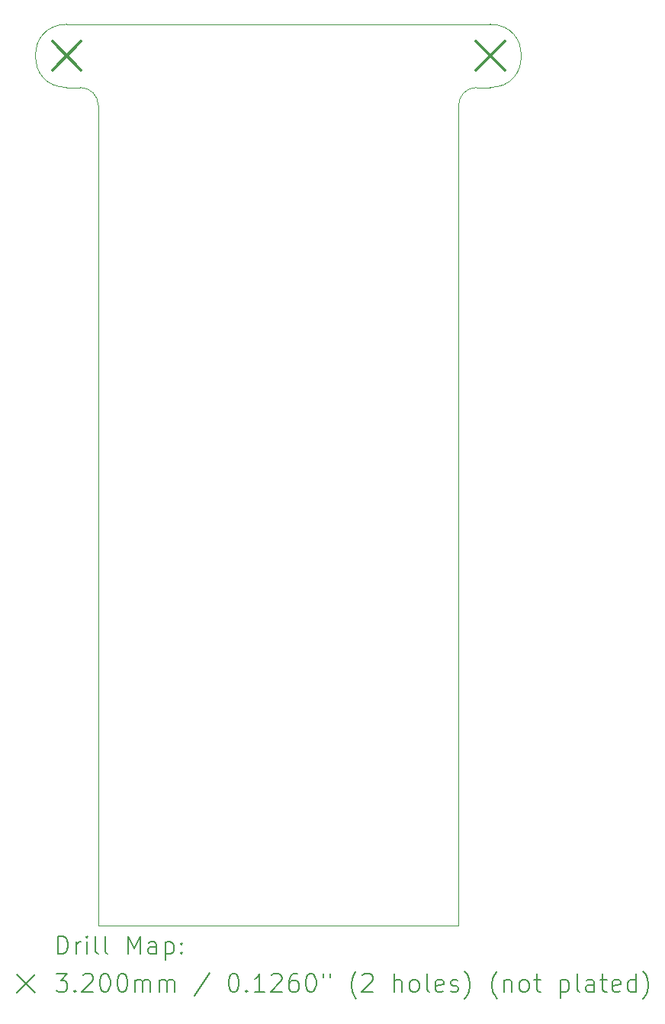
<source format=gbr>
%TF.GenerationSoftware,KiCad,Pcbnew,(6.0.7)*%
%TF.CreationDate,2022-10-27T11:34:40+02:00*%
%TF.ProjectId,DualLevelSensor,4475616c-4c65-4766-956c-53656e736f72,rev?*%
%TF.SameCoordinates,Original*%
%TF.FileFunction,Drillmap*%
%TF.FilePolarity,Positive*%
%FSLAX45Y45*%
G04 Gerber Fmt 4.5, Leading zero omitted, Abs format (unit mm)*
G04 Created by KiCad (PCBNEW (6.0.7)) date 2022-10-27 11:34:40*
%MOMM*%
%LPD*%
G01*
G04 APERTURE LIST*
%ADD10C,0.100000*%
%ADD11C,0.200000*%
%ADD12C,0.320000*%
G04 APERTURE END LIST*
D10*
X11500000Y-3900000D02*
X11500000Y-13000000D01*
X7150000Y-3000000D02*
X11850000Y-3000000D01*
X7150000Y-3700000D02*
X7300000Y-3700000D01*
X7150000Y-3000000D02*
G75*
G03*
X7150000Y-3700000I0J-350000D01*
G01*
X11850000Y-3700000D02*
G75*
G03*
X11850000Y-3000000I0J350000D01*
G01*
X7500000Y-3900000D02*
G75*
G03*
X7300000Y-3700000I-200000J0D01*
G01*
X7500000Y-13000000D02*
X11500000Y-13000000D01*
X11850000Y-3700000D02*
X11700000Y-3700000D01*
X11700000Y-3700000D02*
G75*
G03*
X11500000Y-3900000I0J-200000D01*
G01*
X7500000Y-3900000D02*
X7500000Y-13000000D01*
D11*
D12*
X6990000Y-3190000D02*
X7310000Y-3510000D01*
X7310000Y-3190000D02*
X6990000Y-3510000D01*
X11690000Y-3190000D02*
X12010000Y-3510000D01*
X12010000Y-3190000D02*
X11690000Y-3510000D01*
D11*
X7052619Y-13315476D02*
X7052619Y-13115476D01*
X7100238Y-13115476D01*
X7128809Y-13125000D01*
X7147857Y-13144048D01*
X7157381Y-13163095D01*
X7166905Y-13201190D01*
X7166905Y-13229762D01*
X7157381Y-13267857D01*
X7147857Y-13286905D01*
X7128809Y-13305952D01*
X7100238Y-13315476D01*
X7052619Y-13315476D01*
X7252619Y-13315476D02*
X7252619Y-13182143D01*
X7252619Y-13220238D02*
X7262143Y-13201190D01*
X7271667Y-13191667D01*
X7290714Y-13182143D01*
X7309762Y-13182143D01*
X7376428Y-13315476D02*
X7376428Y-13182143D01*
X7376428Y-13115476D02*
X7366905Y-13125000D01*
X7376428Y-13134524D01*
X7385952Y-13125000D01*
X7376428Y-13115476D01*
X7376428Y-13134524D01*
X7500238Y-13315476D02*
X7481190Y-13305952D01*
X7471667Y-13286905D01*
X7471667Y-13115476D01*
X7605000Y-13315476D02*
X7585952Y-13305952D01*
X7576428Y-13286905D01*
X7576428Y-13115476D01*
X7833571Y-13315476D02*
X7833571Y-13115476D01*
X7900238Y-13258333D01*
X7966905Y-13115476D01*
X7966905Y-13315476D01*
X8147857Y-13315476D02*
X8147857Y-13210714D01*
X8138333Y-13191667D01*
X8119286Y-13182143D01*
X8081190Y-13182143D01*
X8062143Y-13191667D01*
X8147857Y-13305952D02*
X8128809Y-13315476D01*
X8081190Y-13315476D01*
X8062143Y-13305952D01*
X8052619Y-13286905D01*
X8052619Y-13267857D01*
X8062143Y-13248809D01*
X8081190Y-13239286D01*
X8128809Y-13239286D01*
X8147857Y-13229762D01*
X8243095Y-13182143D02*
X8243095Y-13382143D01*
X8243095Y-13191667D02*
X8262143Y-13182143D01*
X8300238Y-13182143D01*
X8319286Y-13191667D01*
X8328809Y-13201190D01*
X8338333Y-13220238D01*
X8338333Y-13277381D01*
X8328809Y-13296428D01*
X8319286Y-13305952D01*
X8300238Y-13315476D01*
X8262143Y-13315476D01*
X8243095Y-13305952D01*
X8424048Y-13296428D02*
X8433571Y-13305952D01*
X8424048Y-13315476D01*
X8414524Y-13305952D01*
X8424048Y-13296428D01*
X8424048Y-13315476D01*
X8424048Y-13191667D02*
X8433571Y-13201190D01*
X8424048Y-13210714D01*
X8414524Y-13201190D01*
X8424048Y-13191667D01*
X8424048Y-13210714D01*
X6595000Y-13545000D02*
X6795000Y-13745000D01*
X6795000Y-13545000D02*
X6595000Y-13745000D01*
X7033571Y-13535476D02*
X7157381Y-13535476D01*
X7090714Y-13611667D01*
X7119286Y-13611667D01*
X7138333Y-13621190D01*
X7147857Y-13630714D01*
X7157381Y-13649762D01*
X7157381Y-13697381D01*
X7147857Y-13716428D01*
X7138333Y-13725952D01*
X7119286Y-13735476D01*
X7062143Y-13735476D01*
X7043095Y-13725952D01*
X7033571Y-13716428D01*
X7243095Y-13716428D02*
X7252619Y-13725952D01*
X7243095Y-13735476D01*
X7233571Y-13725952D01*
X7243095Y-13716428D01*
X7243095Y-13735476D01*
X7328809Y-13554524D02*
X7338333Y-13545000D01*
X7357381Y-13535476D01*
X7405000Y-13535476D01*
X7424048Y-13545000D01*
X7433571Y-13554524D01*
X7443095Y-13573571D01*
X7443095Y-13592619D01*
X7433571Y-13621190D01*
X7319286Y-13735476D01*
X7443095Y-13735476D01*
X7566905Y-13535476D02*
X7585952Y-13535476D01*
X7605000Y-13545000D01*
X7614524Y-13554524D01*
X7624048Y-13573571D01*
X7633571Y-13611667D01*
X7633571Y-13659286D01*
X7624048Y-13697381D01*
X7614524Y-13716428D01*
X7605000Y-13725952D01*
X7585952Y-13735476D01*
X7566905Y-13735476D01*
X7547857Y-13725952D01*
X7538333Y-13716428D01*
X7528809Y-13697381D01*
X7519286Y-13659286D01*
X7519286Y-13611667D01*
X7528809Y-13573571D01*
X7538333Y-13554524D01*
X7547857Y-13545000D01*
X7566905Y-13535476D01*
X7757381Y-13535476D02*
X7776428Y-13535476D01*
X7795476Y-13545000D01*
X7805000Y-13554524D01*
X7814524Y-13573571D01*
X7824048Y-13611667D01*
X7824048Y-13659286D01*
X7814524Y-13697381D01*
X7805000Y-13716428D01*
X7795476Y-13725952D01*
X7776428Y-13735476D01*
X7757381Y-13735476D01*
X7738333Y-13725952D01*
X7728809Y-13716428D01*
X7719286Y-13697381D01*
X7709762Y-13659286D01*
X7709762Y-13611667D01*
X7719286Y-13573571D01*
X7728809Y-13554524D01*
X7738333Y-13545000D01*
X7757381Y-13535476D01*
X7909762Y-13735476D02*
X7909762Y-13602143D01*
X7909762Y-13621190D02*
X7919286Y-13611667D01*
X7938333Y-13602143D01*
X7966905Y-13602143D01*
X7985952Y-13611667D01*
X7995476Y-13630714D01*
X7995476Y-13735476D01*
X7995476Y-13630714D02*
X8005000Y-13611667D01*
X8024048Y-13602143D01*
X8052619Y-13602143D01*
X8071667Y-13611667D01*
X8081190Y-13630714D01*
X8081190Y-13735476D01*
X8176428Y-13735476D02*
X8176428Y-13602143D01*
X8176428Y-13621190D02*
X8185952Y-13611667D01*
X8205000Y-13602143D01*
X8233571Y-13602143D01*
X8252619Y-13611667D01*
X8262143Y-13630714D01*
X8262143Y-13735476D01*
X8262143Y-13630714D02*
X8271667Y-13611667D01*
X8290714Y-13602143D01*
X8319286Y-13602143D01*
X8338333Y-13611667D01*
X8347857Y-13630714D01*
X8347857Y-13735476D01*
X8738333Y-13525952D02*
X8566905Y-13783095D01*
X8995476Y-13535476D02*
X9014524Y-13535476D01*
X9033571Y-13545000D01*
X9043095Y-13554524D01*
X9052619Y-13573571D01*
X9062143Y-13611667D01*
X9062143Y-13659286D01*
X9052619Y-13697381D01*
X9043095Y-13716428D01*
X9033571Y-13725952D01*
X9014524Y-13735476D01*
X8995476Y-13735476D01*
X8976429Y-13725952D01*
X8966905Y-13716428D01*
X8957381Y-13697381D01*
X8947857Y-13659286D01*
X8947857Y-13611667D01*
X8957381Y-13573571D01*
X8966905Y-13554524D01*
X8976429Y-13545000D01*
X8995476Y-13535476D01*
X9147857Y-13716428D02*
X9157381Y-13725952D01*
X9147857Y-13735476D01*
X9138333Y-13725952D01*
X9147857Y-13716428D01*
X9147857Y-13735476D01*
X9347857Y-13735476D02*
X9233571Y-13735476D01*
X9290714Y-13735476D02*
X9290714Y-13535476D01*
X9271667Y-13564048D01*
X9252619Y-13583095D01*
X9233571Y-13592619D01*
X9424048Y-13554524D02*
X9433571Y-13545000D01*
X9452619Y-13535476D01*
X9500238Y-13535476D01*
X9519286Y-13545000D01*
X9528810Y-13554524D01*
X9538333Y-13573571D01*
X9538333Y-13592619D01*
X9528810Y-13621190D01*
X9414524Y-13735476D01*
X9538333Y-13735476D01*
X9709762Y-13535476D02*
X9671667Y-13535476D01*
X9652619Y-13545000D01*
X9643095Y-13554524D01*
X9624048Y-13583095D01*
X9614524Y-13621190D01*
X9614524Y-13697381D01*
X9624048Y-13716428D01*
X9633571Y-13725952D01*
X9652619Y-13735476D01*
X9690714Y-13735476D01*
X9709762Y-13725952D01*
X9719286Y-13716428D01*
X9728810Y-13697381D01*
X9728810Y-13649762D01*
X9719286Y-13630714D01*
X9709762Y-13621190D01*
X9690714Y-13611667D01*
X9652619Y-13611667D01*
X9633571Y-13621190D01*
X9624048Y-13630714D01*
X9614524Y-13649762D01*
X9852619Y-13535476D02*
X9871667Y-13535476D01*
X9890714Y-13545000D01*
X9900238Y-13554524D01*
X9909762Y-13573571D01*
X9919286Y-13611667D01*
X9919286Y-13659286D01*
X9909762Y-13697381D01*
X9900238Y-13716428D01*
X9890714Y-13725952D01*
X9871667Y-13735476D01*
X9852619Y-13735476D01*
X9833571Y-13725952D01*
X9824048Y-13716428D01*
X9814524Y-13697381D01*
X9805000Y-13659286D01*
X9805000Y-13611667D01*
X9814524Y-13573571D01*
X9824048Y-13554524D01*
X9833571Y-13545000D01*
X9852619Y-13535476D01*
X9995476Y-13535476D02*
X9995476Y-13573571D01*
X10071667Y-13535476D02*
X10071667Y-13573571D01*
X10366905Y-13811667D02*
X10357381Y-13802143D01*
X10338333Y-13773571D01*
X10328810Y-13754524D01*
X10319286Y-13725952D01*
X10309762Y-13678333D01*
X10309762Y-13640238D01*
X10319286Y-13592619D01*
X10328810Y-13564048D01*
X10338333Y-13545000D01*
X10357381Y-13516428D01*
X10366905Y-13506905D01*
X10433571Y-13554524D02*
X10443095Y-13545000D01*
X10462143Y-13535476D01*
X10509762Y-13535476D01*
X10528810Y-13545000D01*
X10538333Y-13554524D01*
X10547857Y-13573571D01*
X10547857Y-13592619D01*
X10538333Y-13621190D01*
X10424048Y-13735476D01*
X10547857Y-13735476D01*
X10785952Y-13735476D02*
X10785952Y-13535476D01*
X10871667Y-13735476D02*
X10871667Y-13630714D01*
X10862143Y-13611667D01*
X10843095Y-13602143D01*
X10814524Y-13602143D01*
X10795476Y-13611667D01*
X10785952Y-13621190D01*
X10995476Y-13735476D02*
X10976429Y-13725952D01*
X10966905Y-13716428D01*
X10957381Y-13697381D01*
X10957381Y-13640238D01*
X10966905Y-13621190D01*
X10976429Y-13611667D01*
X10995476Y-13602143D01*
X11024048Y-13602143D01*
X11043095Y-13611667D01*
X11052619Y-13621190D01*
X11062143Y-13640238D01*
X11062143Y-13697381D01*
X11052619Y-13716428D01*
X11043095Y-13725952D01*
X11024048Y-13735476D01*
X10995476Y-13735476D01*
X11176429Y-13735476D02*
X11157381Y-13725952D01*
X11147857Y-13706905D01*
X11147857Y-13535476D01*
X11328809Y-13725952D02*
X11309762Y-13735476D01*
X11271667Y-13735476D01*
X11252619Y-13725952D01*
X11243095Y-13706905D01*
X11243095Y-13630714D01*
X11252619Y-13611667D01*
X11271667Y-13602143D01*
X11309762Y-13602143D01*
X11328809Y-13611667D01*
X11338333Y-13630714D01*
X11338333Y-13649762D01*
X11243095Y-13668809D01*
X11414524Y-13725952D02*
X11433571Y-13735476D01*
X11471667Y-13735476D01*
X11490714Y-13725952D01*
X11500238Y-13706905D01*
X11500238Y-13697381D01*
X11490714Y-13678333D01*
X11471667Y-13668809D01*
X11443095Y-13668809D01*
X11424048Y-13659286D01*
X11414524Y-13640238D01*
X11414524Y-13630714D01*
X11424048Y-13611667D01*
X11443095Y-13602143D01*
X11471667Y-13602143D01*
X11490714Y-13611667D01*
X11566905Y-13811667D02*
X11576428Y-13802143D01*
X11595476Y-13773571D01*
X11605000Y-13754524D01*
X11614524Y-13725952D01*
X11624048Y-13678333D01*
X11624048Y-13640238D01*
X11614524Y-13592619D01*
X11605000Y-13564048D01*
X11595476Y-13545000D01*
X11576428Y-13516428D01*
X11566905Y-13506905D01*
X11928809Y-13811667D02*
X11919286Y-13802143D01*
X11900238Y-13773571D01*
X11890714Y-13754524D01*
X11881190Y-13725952D01*
X11871667Y-13678333D01*
X11871667Y-13640238D01*
X11881190Y-13592619D01*
X11890714Y-13564048D01*
X11900238Y-13545000D01*
X11919286Y-13516428D01*
X11928809Y-13506905D01*
X12005000Y-13602143D02*
X12005000Y-13735476D01*
X12005000Y-13621190D02*
X12014524Y-13611667D01*
X12033571Y-13602143D01*
X12062143Y-13602143D01*
X12081190Y-13611667D01*
X12090714Y-13630714D01*
X12090714Y-13735476D01*
X12214524Y-13735476D02*
X12195476Y-13725952D01*
X12185952Y-13716428D01*
X12176428Y-13697381D01*
X12176428Y-13640238D01*
X12185952Y-13621190D01*
X12195476Y-13611667D01*
X12214524Y-13602143D01*
X12243095Y-13602143D01*
X12262143Y-13611667D01*
X12271667Y-13621190D01*
X12281190Y-13640238D01*
X12281190Y-13697381D01*
X12271667Y-13716428D01*
X12262143Y-13725952D01*
X12243095Y-13735476D01*
X12214524Y-13735476D01*
X12338333Y-13602143D02*
X12414524Y-13602143D01*
X12366905Y-13535476D02*
X12366905Y-13706905D01*
X12376428Y-13725952D01*
X12395476Y-13735476D01*
X12414524Y-13735476D01*
X12633571Y-13602143D02*
X12633571Y-13802143D01*
X12633571Y-13611667D02*
X12652619Y-13602143D01*
X12690714Y-13602143D01*
X12709762Y-13611667D01*
X12719286Y-13621190D01*
X12728809Y-13640238D01*
X12728809Y-13697381D01*
X12719286Y-13716428D01*
X12709762Y-13725952D01*
X12690714Y-13735476D01*
X12652619Y-13735476D01*
X12633571Y-13725952D01*
X12843095Y-13735476D02*
X12824048Y-13725952D01*
X12814524Y-13706905D01*
X12814524Y-13535476D01*
X13005000Y-13735476D02*
X13005000Y-13630714D01*
X12995476Y-13611667D01*
X12976428Y-13602143D01*
X12938333Y-13602143D01*
X12919286Y-13611667D01*
X13005000Y-13725952D02*
X12985952Y-13735476D01*
X12938333Y-13735476D01*
X12919286Y-13725952D01*
X12909762Y-13706905D01*
X12909762Y-13687857D01*
X12919286Y-13668809D01*
X12938333Y-13659286D01*
X12985952Y-13659286D01*
X13005000Y-13649762D01*
X13071667Y-13602143D02*
X13147857Y-13602143D01*
X13100238Y-13535476D02*
X13100238Y-13706905D01*
X13109762Y-13725952D01*
X13128809Y-13735476D01*
X13147857Y-13735476D01*
X13290714Y-13725952D02*
X13271667Y-13735476D01*
X13233571Y-13735476D01*
X13214524Y-13725952D01*
X13205000Y-13706905D01*
X13205000Y-13630714D01*
X13214524Y-13611667D01*
X13233571Y-13602143D01*
X13271667Y-13602143D01*
X13290714Y-13611667D01*
X13300238Y-13630714D01*
X13300238Y-13649762D01*
X13205000Y-13668809D01*
X13471667Y-13735476D02*
X13471667Y-13535476D01*
X13471667Y-13725952D02*
X13452619Y-13735476D01*
X13414524Y-13735476D01*
X13395476Y-13725952D01*
X13385952Y-13716428D01*
X13376428Y-13697381D01*
X13376428Y-13640238D01*
X13385952Y-13621190D01*
X13395476Y-13611667D01*
X13414524Y-13602143D01*
X13452619Y-13602143D01*
X13471667Y-13611667D01*
X13547857Y-13811667D02*
X13557381Y-13802143D01*
X13576428Y-13773571D01*
X13585952Y-13754524D01*
X13595476Y-13725952D01*
X13605000Y-13678333D01*
X13605000Y-13640238D01*
X13595476Y-13592619D01*
X13585952Y-13564048D01*
X13576428Y-13545000D01*
X13557381Y-13516428D01*
X13547857Y-13506905D01*
M02*

</source>
